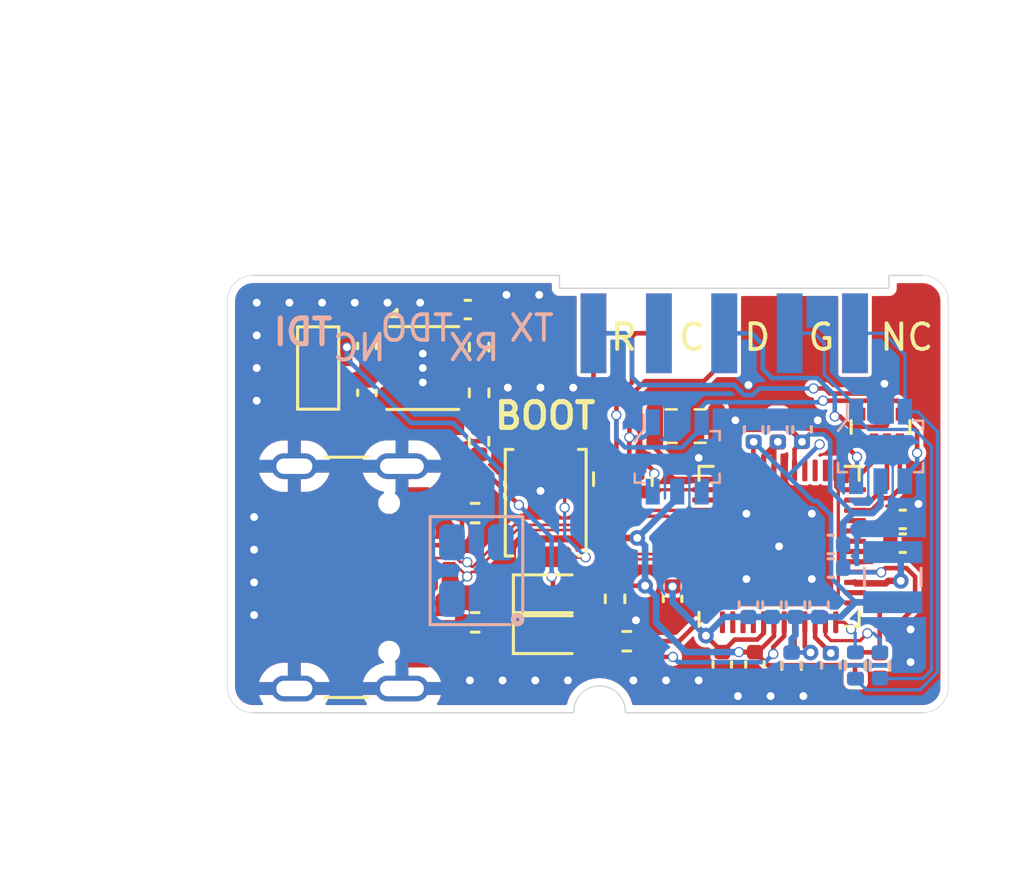
<source format=kicad_pcb>
(kicad_pcb (version 20241229) (generator "pcbnew") (generator_version "9.0")
  (layers (0 "F.Cu" signal) (2 "B.Cu" signal) (13 "F.Paste" user) (15 "B.Paste" user) (5 "F.SilkS" user "F.Silkscreen") (7 "B.SilkS" user "B.Silkscreen") (1 "F.Mask" user) (3 "B.Mask" user) (25 "Edge.Cuts" user))
  (net 0 "")
  (net 1 "/core/Vana")
  (net 2 "Net-(U1B-RESETN)")
  (net 3 "Net-(U1C-VDD_PMCCAP)")
  (net 4 "Net-(U1C-VDD_OTPCAP)")
  (net 5 "Net-(U2-SS{slash}TR)")
  (net 6 "/core/USB_D-")
  (net 7 "/core/USB_D+")
  (net 10 "Net-(J1-CC2)")
  (net 11 "Net-(J1-CC1)")
  (net 12 "Net-(U1A-DCDC_LP)")
  (net 13 "Net-(U2-FB)")
  (net 14 "/core/BOOT0")
  (net 15 "Net-(RN1-R4.1)")
  (net 21 "/core/SPI_CS")
  (net 28 "Net-(RN1-R3.1)")
  (net 29 "Net-(RN1-R2.1)")
  (net 32 "Net-(D4-A)")
  (net 33 "Net-(RN2-R2.1)")
  (net 34 "Net-(RN2-R3.1)")
  (net 38 "Net-(RN2-R4.1)")
  (net 39 "/core/BOOT1")
  (net 40 "/core/XTALO")
  (net 41 "/core/XTALI")
  (net 43 "GND")
  (net 44 "+3.3V")
  (net 45 "/SWDIO{slash}JTAG_TMS")
  (net 46 "/uart_rx")
  (net 47 "/uart_tx")
  (net 48 "/SWCLK{slash}JTAG_TCK")
  (net 49 "/SWRST{slash}JTAG_TRST")
  (net 50 "/TVCC")
  (net 51 "/JTAG_TDO")
  (net 52 "/JTAG_TDI")
  (net 53 "VBUS")
  (net 55 "Net-(F1-Pad1)")
  (net 56 "Net-(D5-A)")
  (net 57 "/core/LED")
  (net 58 "Net-(U1D-PA00{slash}TMR1.COMP0{slash}URT0.TXD{slash}TRGM0.P00)")
  (net 59 "Net-(U1D-PA01{slash}TMR1.CAPT0{slash}URT0.RXD{slash}TRGM0.P01{slash}ACMP.COMP0)")
  (net 64 "Net-(C10-Pad1)")
  (net 65 "Net-(R5-Pad1)")
  (footprint "HPM_footprints:QFN-48_6x6mm_P0.4mm_EP4.2x4.2mm" (layer "F.Cu") (at 74.2412 34.4648 90)
    (property "Reference" "U1" (hide yes))
    (property "Value" "HPM5301IEGx")
  )
  (footprint "Capacitor_SMD:C_0402_1005Metric" (layer "F.Cu") (at 58.232142 26.673015 -90)
    (property "Reference" "C19" (hide yes))
    (property "Value" "10uF")
  )
  (footprint "Capacitor_SMD:C_0402_1005Metric" (layer "F.Cu") (at 79.0448 33.4172 180)
    (property "Reference" "C15" (hide yes))
    (property "Value" "0.1uF")
  )
  (footprint "Resistor_SMD:R_0402_1005Metric" (layer "F.Cu") (at 67.8688 36.5052 -90)
    (property "Reference" "R9" (hide yes))
    (property "Value" "1kΩ")
  )
  (footprint "Capacitor_SMD:C_0402_1005Metric" (layer "F.Cu") (at 73.3044 39.0548 90)
    (property "Reference" "C24" (hide yes))
    (property "Value" "0.1uF")
  )
  (footprint "Resistor_SMD:R_0402_1005Metric" (layer "F.Cu") (at 68.326 38.1508)
    (property "Reference" "R8" (hide yes))
    (property "Value" "1kΩ")
  )
  (footprint "my:CSTCE3213" (layer "F.Cu") (at 70.612 29.7912 180)
    (property "Reference" "X1" (hide yes))
    (property "Value" "24MHz")
  )
  (footprint "Capacitor_SMD:C_0402_1005Metric" (layer "F.Cu") (at 73.2536 29.922266 90)
    (property "Reference" "C5" (hide yes))
    (property "Value" "0.1uF")
  )
  (footprint "Fuse_US_Handsoldering_AKL:Fuse_0603_1608Metric" (layer "F.Cu") (at 56.3372 27.5336 90)
    (property "Reference" "F1" (hide yes))
    (property "Value" "200mA" (hide yes))
  )
  (footprint "Button_Switch_SMD:SW_Push_SPST_NO_Alps_SKRK" (layer "F.Cu") (at 65.1764 32.766 -90)
    (property "Reference" "SW1" (hide yes))
    (property "Value" "SW_Push")
  )
  (footprint "Capacitor_SMD:C_0402_1005Metric" (layer "F.Cu") (at 62.1497 25.262582)
    (property "Reference" "C20" (hide yes))
    (property "Value" "430pF")
  )
  (footprint "Resistor_SMD:R_0402_1005Metric" (layer "F.Cu") (at 77.216 39.0948 -90)
    (property "Reference" "R1" (hide yes))
    (property "Value" "10kΩ")
  )
  (footprint "Resistor_SMD:R_0402_1005Metric" (layer "F.Cu") (at 62.5897 26.7196 -90)
    (property "Reference" "R3" (hide yes))
    (property "Value" "100kΩ")
  )
  (footprint "Resistor_SMD:R_Array_Concave_4x0402" (layer "F.Cu") (at 78.1812 29.8276 90)
    (property "Reference" "RN2" (hide yes))
    (property "Value" "22")
  )
  (footprint "my:2x5P 2.54mm 夹贴" (layer "F.Cu") (at 72.110893 23.582893)
    (property "Reference" "J2" (hide yes))
    (property "Value" "302-S101")
    (fp_line (start -6.4 0.85) (end -6.4 0.35) (stroke (width 0.05)) (layer "Edge.Cuts"))
    (fp_line (start -6.4 0.85) (end 6.4 0.85) (stroke (width 0.05)) (layer "Edge.Cuts"))
    (fp_line (start 6.4 0.85) (end 6.4 0.35) (stroke (width 0.05)) (layer "Edge.Cuts"))
  )
  (footprint "Capacitor_SMD:C_0402_1005Metric" (layer "F.Cu") (at 72.0344 39.0548 -90)
    (property "Reference" "C3" (hide yes))
    (property "Value" "0.1uF")
  )
  (footprint "my:Texas_SIL0008D_MicroSiP-8-1EP_2.8x3mm_P0.65mm_EP1.1x1.9mm" (layer "F.Cu") (at 60.4012 27.5336)
    (property "Reference" "U2" (hide yes))
    (property "Value" "TPS82130")
  )
  (footprint "Capacitor_SMD:C_0402_1005Metric" (layer "F.Cu") (at 78.14888 39.0948 -90)
    (property "Reference" "C12" (hide yes))
    (property "Value" "0.1uF")
  )
  (footprint "Resistor_SMD:R_0402_1005Metric" (layer "F.Cu") (at 62.5856 30.3784 -90)
    (property "Reference" "R5" (hide yes))
    (property "Value" "10kΩ")
  )
  (footprint "Inductor_SMD:L_0402_1005Metric" (layer "F.Cu") (at 74.192932 29.922266 -90)
    (property "Reference" "L1" (hide yes))
    (property "Value" "120Ω@100MHZ")
  )
  (footprint "Capacitor_SMD:C_0402_1005Metric" (layer "F.Cu") (at 79.0448 34.3408 180)
    (property "Reference" "C16" (hide yes))
    (property "Value" "4.7uF")
  )
  (footprint "Resistor_SMD:R_0402_1005Metric" (layer "F.Cu") (at 62.4332 37.418893)
    (property "Reference" "R7" (hide yes))
    (property "Value" "5.1k")
  )
  (footprint "Connector_USB:USB_C_Receptacle_GCT_USB4105-xx-A_16P_TopMnt_Horizontal" (layer "F.Cu") (at 56.485893 35.668893 -90)
    (property "Reference" "J1" (hide yes))
    (property "Value" "USB_C_Receptacle_USB2.0_16P")
  )
  (footprint "Resistor_SMD:R_0402_1005Metric" (layer "F.Cu") (at 62.4332 33.1724)
    (property "Reference" "R6" (hide yes))
    (property "Value" "5.1k")
  )
  (footprint "Capacitor_SMD:C_0402_1005Metric" (layer "F.Cu") (at 70.104 36.5052 -90)
    (property "Reference" "C7" (hide yes))
    (property "Value" "0.1uF")
  )
  (footprint "Resistor_SMD:R_0402_1005Metric" (layer "F.Cu") (at 74.7268 39.0948 90)
    (property "Reference" "R4" (hide yes))
    (property "Value" "100kΩ")
  )
  (footprint "Resistor_SMD:R_0402_1005Metric" (layer "F.Cu") (at 62.5897 28.4996 -90)
    (property "Reference" "R2" (hide yes))
    (property "Value" "309kΩ")
  )
  (footprint "Resistor_SMD:R_Array_Concave_4x0402" (layer "F.Cu") (at 68.1736 31.8516 90)
    (property "Reference" "RN1" (hide yes))
    (property "Value" "22")
  )
  (footprint "Capacitor_SMD:C_0402_1005Metric" (layer "F.Cu") (at 76.2508 39.0948 -90)
    (property "Reference" "C17" (hide yes))
    (property "Value" "0.1uF")
  )
  (footprint "LED_SMD:LED_0603_1608Metric" (layer "F.Cu") (at 65.4049 37.8968)
    (property "Reference" "D5" (hide yes))
    (property "Value" "LED")
  )
  (footprint "Capacitor_SMD:C_0402_1005Metric" (layer "F.Cu") (at 75.1332 29.922266 -90)
    (property "Reference" "C22" (hide yes))
    (property "Value" "0.1uF")
  )
  (footprint "Capacitor_SMD:C_0402_1005Metric" (layer "F.Cu") (at 58.232142 28.496317 90)
    (property "Reference" "C21" (hide yes))
    (property "Value" "22uF")
  )
  (footprint "LED_SMD:LED_0603_1608Metric" (layer "F.Cu") (at 65.4049 36.3084)
    (property "Reference" "D4" (hide yes))
    (property "Value" "LED")
  )
  (footprint "digikey-footprints:SOT-23-6" (layer "B.Cu") (at 78.1812 30.5816)
    (property "Reference" "D3" (hide yes))
    (property "Value" "SRV05-4_TCT")
  )
  (footprint "Capacitor_SMD:C_0402_1005Metric" (layer "B.Cu") (at 75.1332 29.922266 -90)
    (property "Reference" "C23" (hide yes))
    (property "Value" "0.1uF")
  )
  (footprint "Resistor_SMD:R_0402_1005Metric" (layer "B.Cu") (at 77.19656 39.0948 90)
    (property "Reference" "R10" (hide yes))
    (property "Value" "33Ω")
  )
  (footprint "Capacitor_SMD:C_0402_1005Metric" (layer "B.Cu") (at 76.2508 35.306 180)
    (property "Reference" "C14" (hide yes))
    (property "Value" "10uF")
  )
  (footprint "Capacitor_SMD:C_0402_1005Metric" (layer "B.Cu") (at 74.192932 29.922266 90)
    (property "Reference" "C1" (hide yes))
    (property "Value" "0.1uF")
  )
  (footprint "digikey-footprints:SOT-23-6" (layer "B.Cu") (at 70.2828 30.988)
    (property "Reference" "D2" (hide yes))
    (property "Value" "SRV05-4_TCT")
  )
  (footprint "Capacitor_SMD:C_0402_1005Metric" (layer "B.Cu") (at 73.0504 36.7284 90)
    (property "Reference" "C8" (hide yes))
    (property "Value" "0.1uF")
  )
  (footprint "Capacitor_SMD:C_0402_1005Metric" (layer "B.Cu") (at 76.2508 39.0948 -90)
    (property "Reference" "C18" (hide yes))
    (property "Value" "4.7uF")
  )
  (footprint "Capacitor_SMD:C_0402_1005Metric" (layer "B.Cu") (at 73.9648 36.7284 90)
    (property "Reference" "C9" (hide yes))
    (property "Value" "1uF")
  )
  (footprint "Inductor_SMD:L_Wuerth_MAPI-2510" (layer "B.Cu") (at 78.656475 35.66169 90)
    (property "Reference" "L2" (hide yes))
    (property "Value" "4.7uH")
  )
  (footprint "Capacitor_SMD:C_0402_1005Metric" (layer "B.Cu") (at 74.8792 36.7284 90)
    (property "Reference" "C10" (hide yes))
    (property "Value" "22uF")
  )
  (footprint "Capacitor_SMD:C_0402_1005Metric" (layer "B.Cu") (at 73.2536 29.922266 90)
    (property "Reference" "C6" (hide yes))
    (property "Value" "0.1uF")
  )
  (footprint "Package_TO_SOT_SMD_AKL:SOT-143" (layer "B.Cu") (at 62.484 35.4076 90)
    (property "Reference" "D1" (hide yes))
    (property "Value" "SR05" (hide yes))
  )
  (footprint "Capacitor_SMD:C_0402_1005Metric" (layer "B.Cu") (at 75.7936 36.7284 90)
    (property "Reference" "C11" (hide yes))
    (property "Value" "22uF")
  )
  (footprint "Resistor_SMD:R_0402_1005Metric" (layer "B.Cu") (at 78.16176 39.0948 90)
    (property "Reference" "R11" (hide yes))
    (property "Value" "33Ω")
  )
  (footprint "Capacitor_SMD:C_0402_1005Metric" (layer "B.Cu") (at 74.7268 39.0748 -90)
    (property "Reference" "C4" (hide yes))
    (property "Value" "0.1uF")
  )
  (footprint "Capacitor_SMD:C_0402_1005Metric" (layer "B.Cu") (at 76.2508 34.3916 180)
    (property "Reference" "C13" (hide yes))
    (property "Value" "0.1uF")
  )
  (gr_line (start 53.810893 23.932893) (end 65.710893 23.932893) (stroke (width 0.05)) (layer "Edge.Cuts"))
  (gr_arc (start 79.810893 23.932893) (mid 80.518 24.225786) (end 80.810893 24.932893) (stroke (width 0.0254)) (layer "Edge.Cuts"))
  (gr_arc (start 53.810893 40.932893) (mid 53.103786 40.64) (end 52.810893 39.932893) (stroke (width 0.0254)) (layer "Edge.Cuts"))
  (gr_line (start 79.810893 23.932893) (end 78.510893 23.932893) (stroke (width 0.05)) (layer "Edge.Cuts"))
  (gr_arc (start 52.810893 24.932893) (mid 53.103786 24.225786) (end 53.810893 23.932893) (stroke (width 0.0254)) (layer "Edge.Cuts"))
  (gr_line (start 79.810893 40.932893) (end 68.267893 40.932893) (stroke (width 0.05)) (layer "Edge.Cuts"))
  (gr_arc (start 80.810893 39.932893) (mid 80.518 40.64) (end 79.810893 40.932893) (stroke (width 0.0254)) (layer "Edge.Cuts"))
  (gr_line (start 53.810893 40.932893) (end 66.267893 40.932893) (stroke (width 0.05)) (layer "Edge.Cuts"))
  (gr_line (start 80.810893 24.932893) (end 80.810893 39.932893) (stroke (width 0.0254)) (layer "Edge.Cuts"))
  (gr_arc (start 66.267894 40.932893) (mid 67.267893 39.886359) (end 68.267892 40.932893) (stroke (width 0.05)) (layer "Edge.Cuts"))
  (gr_line (start 52.810893 24.932893) (end 52.810893 39.932893) (stroke (width 0.0254)) (layer "Edge.Cuts"))
  (gr_text "R" (at 67.6148 26.924 0) (layer "F.SilkS") (effects (font (size 1 1)) (justify left bottom)))
  (gr_text "BOOT" (at 63.0936 29.972 0) (layer "F.SilkS") (effects (font (size 1 1) (thickness 0.2)) (justify left bottom)))
  (gr_text "G" (at 75.2856 26.924 0) (layer "F.SilkS") (effects (font (size 1 1)) (justify left bottom)))
  (gr_text "NC" (at 78.0796 26.924 0) (layer "F.SilkS") (effects (font (size 1 1)) (justify left bottom)))
  (gr_text "C" (at 70.2564 26.924 0) (layer "F.SilkS") (effects (font (size 1 1)) (justify left bottom)))
  (gr_text "D" (at 72.7964 26.924 0) (layer "F.SilkS") (effects (font (size 1 1)) (justify left bottom)))
  (gr_text "TDO" (at 61.669366 26.5708 0) (layer "B.SilkS") (effects (font (size 1 1)) (justify left bottom mirror)))
  (gr_text "RX" (at 63.471321 27.3304 0) (layer "B.SilkS") (effects (font (size 1 1)) (justify left bottom mirror)))
  (gr_text "NC" (at 59.057888 27.3304 0) (layer "B.SilkS") (effects (font (size 1 1)) (justify left bottom mirror)))
  (gr_text "TX" (at 65.582799 26.5708 0) (layer "B.SilkS") (effects (font (size 1 1)) (justify left bottom mirror)))
  (gr_text "TDI" (at 56.9976 26.7208 0) (layer "B.SilkS") (effects (font (size 1 1) (thickness 0.2) (bold yes)) (justify left bottom mirror)))
  (segment (start 73.763099 30.837099) (end 74.192932 30.407266) (width 0.2) (layer "F.Cu") (net 1))
  (segment (start 74.0412 30.558998) (end 74.192932 30.407266) (width 0.2) (layer "F.Cu") (net 1))
  (segment (start 73.6412 31.5148) (end 73.6412 30.958998) (width 0.2) (layer "F.Cu") (net 1))
  (segment (start 73.788499 30.811699) (end 73.966499 30.811699) (width 0.2) (layer "F.Cu") (net 1))
  (segment (start 74.0412 30.8864) (end 74.0412 30.558998) (width 0.2) (layer "F.Cu") (net 1))
  (segment (start 74.0412 31.5148) (end 74.0412 30.8864) (width 0.2) (layer "F.Cu") (net 1))
  (segment (start 73.6412 30.958998) (end 73.763099 30.837099) (width 0.2) (layer "F.Cu") (net 1))
  (segment (start 73.763099 30.837099) (end 73.788499 30.811699) (width 0.2) (layer "F.Cu") (net 1))
  (segment (start 73.966499 30.811699) (end 74.0412 30.8864) (width 0.2) (layer "F.Cu") (net 1))
  (via (at 74.192932 30.402266) (size 0.4) (drill 0.3) (layers "F.Cu" "B.Cu") (net 1))
  (segment (start 77.9144 36.6648) (end 78.14888 36.89928) (width 0.1778) (layer "F.Cu") (net 2))
  (segment (start 77.216 38.5848) (end 78.11888 38.5848) (width 0.1778) (layer "F.Cu") (net 2))
  (segment (start 78.14888 36.89928) (end 78.14888 38.6148) (width 0.1778) (layer "F.Cu") (net 2))
  (segment (start 77.1912 36.6648) (end 77.9144 36.6648) (width 0.1778) (layer "F.Cu") (net 2))
  (segment (start 78.11888 38.5848) (end 78.14888 38.6148) (width 0.1778) (layer "F.Cu") (net 2))
  (segment (start 78.5648 34.3408) (end 78.5648 33.4172) (width 0.1778) (layer "F.Cu") (net 3))
  (segment (start 77.8408 35.0648) (end 78.5648 34.3408) (width 0.1778) (layer "F.Cu") (net 3))
  (segment (start 77.1912 35.0648) (end 77.8408 35.0648) (width 0.1778) (layer "F.Cu") (net 3))
  (segment (start 75.6412 38.0052) (end 75.6412 37.4148) (width 0.1778) (layer "F.Cu") (net 4))
  (segment (start 76.2508 38.6148) (end 75.6412 38.0052) (width 0.1778) (layer "F.Cu") (net 4))
  (via (at 76.2508 38.6148) (size 0.4) (drill 0.3) (layers "F.Cu" "B.Cu") (net 4))
  (segment (start 61.4637 26.1155) (end 61.6697 25.9095) (width 0.254) (layer "F.Cu") (net 5))
  (segment (start 61.6697 25.9095) (end 61.6697 25.262582) (width 0.254) (layer "F.Cu") (net 5))
  (segment (start 61.4637 26.5586) (end 61.4637 26.1155) (width 0.254) (layer "F.Cu") (net 5))
  (segment (start 62.1284 35.0806) (end 61.863369 35.0806) (width 0.1016) (layer "F.Cu") (net 6))
  (segment (start 61.863369 35.0806) (end 61.701662 34.918893) (width 0.1016) (layer "F.Cu") (net 6))
  (segment (start 59.438493 35.071294) (end 59.438493 35.765693) (width 0.1016) (layer "F.Cu") (net 6))
  (segment (start 61.701662 34.918893) (end 60.165893 34.918893) (width 0.1016) (layer "F.Cu") (net 6))
  (segment (start 70.653699 34.6648) (end 70.555299 34.7632) (width 0.1016) (layer "F.Cu") (net 6))
  (segment (start 62.302999 35.255199) (end 62.1284 35.0806) (width 0.1016) (layer "F.Cu") (net 6))
  (segment (start 62.340315 35.255199) (end 62.302999 35.255199) (width 0.1016) (layer "F.Cu") (net 6))
  (segment (start 59.590894 34.918893) (end 59.438493 35.071294) (width 0.1016) (layer "F.Cu") (net 6))
  (segment (start 59.438493 35.765693) (end 59.591693 35.918893) (width 0.1016) (layer "F.Cu") (net 6))
  (segment (start 63.965914 33.6296) (end 62.340315 35.255199) (width 0.1016) (layer "F.Cu") (net 6))
  (segment (start 70.555299 34.7632) (end 67.571286 34.7632) (width 0.1016) (layer "F.Cu") (net 6))
  (segment (start 60.165893 34.918893) (end 59.590894 34.918893) (width 0.1016) (layer "F.Cu") (net 6))
  (segment (start 59.591693 35.918893) (end 60.165893 35.918893) (width 0.1016) (layer "F.Cu") (net 6))
  (segment (start 67.571286 34.7632) (end 66.437686 33.6296) (width 0.1016) (layer "F.Cu") (net 6))
  (segment (start 66.437686 33.6296) (end 63.965914 33.6296) (width 0.1016) (layer "F.Cu") (net 6))
  (segment (start 71.2912 34.6648) (end 70.653699 34.6648) (width 0.1016) (layer "F.Cu") (net 6))
  (via (at 62.1284 35.0806) (size 0.4) (drill 0.3) (layers "F.Cu" "B.Cu") (net 6))
  (segment (start 62.1284 35.0806) (end 61.534 34.4862) (width 0.1016) (layer "B.Cu") (net 6))
  (segment (start 61.534 34.4862) (end 61.534 34.3076) (width 0.1016) (layer "B.Cu") (net 6))
  (segment (start 60.934436 35.418893) (end 60.165893 35.418893) (width 0.1016) (layer "F.Cu") (net 7))
  (segment (start 61.231235 35.122094) (end 60.934436 35.418893) (width 0.1016) (layer "F.Cu") (net 7))
  (segment (start 60.5988 36.418893) (end 60.165893 36.418893) (width 0.1016) (layer "F.Cu") (net 7))
  (segment (start 62.424485 35.458401) (end 62.302999 35.458401) (width 0.1016) (layer "F.Cu") (net 7))
  (segment (start 67.487114 34.9664) (end 66.353514 33.8328) (width 0.1016) (layer "F.Cu") (net 7))
  (segment (start 60.934436 35.418893) (end 60.934436 36.083257) (width 0.1016) (layer "F.Cu") (net 7))
  (segment (start 64.050086 33.8328) (end 62.424485 35.458401) (width 0.1016) (layer "F.Cu") (net 7))
  (segment (start 61.617494 35.122094) (end 61.231235 35.122094) (width 0.1016) (layer "F.Cu") (net 7))
  (segment (start 70.653699 35.0648) (end 70.555299 34.9664) (width 0.1016) (layer "F.Cu") (net 7))
  (segment (start 71.2912 35.0648) (end 70.653699 35.0648) (width 0.1016) (layer "F.Cu") (net 7))
  (segment (start 62.302999 35.458401) (end 62.1284 35.633) (width 0.1016) (layer "F.Cu") (net 7))
  (segment (start 70.555299 34.9664) (end 67.487114 34.9664) (width 0.1016) (layer "F.Cu") (net 7))
  (segment (start 60.934436 36.083257) (end 60.5988 36.418893) (width 0.1016) (layer "F.Cu") (net 7))
  (segment (start 66.353514 33.8328) (end 64.050086 33.8328) (width 0.1016) (layer "F.Cu") (net 7))
  (segment (start 62.1284 35.633) (end 61.617494 35.122094) (width 0.1016) (layer "F.Cu") (net 7))
  (via (at 62.1284 35.633) (size 0.4) (drill 0.3) (layers "F.Cu" "B.Cu") (net 7))
  (segment (start 61.534 36.2274) (end 61.534 36.5076) (width 0.1016) (layer "B.Cu") (net 7))
  (segment (start 62.1284 35.633) (end 61.534 36.2274) (width 0.1016) (layer "B.Cu") (net 7))
  (segment (start 60.165893 37.418893) (end 61.9232 37.418893) (width 0.1778) (layer "F.Cu") (net 10))
  (segment (start 61.9232 33.1724) (end 61.9232 33.9872) (width 0.1778) (layer "F.Cu") (net 11))
  (segment (start 61.491507 34.418893) (end 60.165893 34.418893) (width 0.1778) (layer "F.Cu") (net 11))
  (segment (start 61.9232 33.9872) (end 61.491507 34.418893) (width 0.1778) (layer "F.Cu") (net 11))
  (segment (start 78.967894 35.805288) (end 78.481038 35.805288) (width 0.254) (layer "F.Cu") (net 12))
  (segment (start 77.2293 35.9029) (end 77.1912 35.8648) (width 0.254) (layer "F.Cu") (net 12))
  (segment (start 78.481038 35.805288) (end 78.383426 35.9029) (width 0.254) (layer "F.Cu") (net 12))
  (segment (start 78.383426 35.9029) (end 77.2293 35.9029) (width 0.254) (layer "F.Cu") (net 12))
  (via (at 78.967894 35.805288) (size 0.6096) (drill 0.3048) (layers "F.Cu" "B.Cu") (net 12))
  (segment (start 78.967894 34.998109) (end 78.656475 34.68669) (width 0.254) (layer "B.Cu") (net 12))
  (segment (start 78.967894 35.805288) (end 78.967894 34.998109) (width 0.254) (layer "B.Cu") (net 12))
  (segment (start 61.4637 27.8586) (end 62.4587 27.8586) (width 0.254) (layer "F.Cu") (net 13))
  (segment (start 62.4587 27.8586) (end 62.5897 27.9896) (width 0.254) (layer "F.Cu") (net 13))
  (segment (start 62.5897 27.2296) (end 62.5897 27.9896) (width 0.254) (layer "F.Cu") (net 13))
  (segment (start 74.8412 38.4704) (end 74.7268 38.5848) (width 0.1778) (layer "F.Cu") (net 14))
  (segment (start 74.8412 37.4148) (end 74.8412 38.4704) (width 0.1778) (layer "F.Cu") (net 14))
  (segment (start 69.5532 32.3516) (end 68.9236 32.3516) (width 0.127) (layer "F.Cu") (net 15))
  (segment (start 71.2912 32.2648) (end 69.64 32.2648) (width 0.127) (layer "F.Cu") (net 15))
  (segment (start 69.64 32.2648) (end 69.5532 32.3516) (width 0.127) (layer "F.Cu") (net 15))
  (segment (start 71.906694 34.328893) (end 71.842601 34.2648) (width 0.127) (layer "F.Cu") (net 21))
  (segment (start 76.5412 32.257799) (end 76.5412 36.695) (width 0.127) (layer "F.Cu") (net 21))
  (segment (start 76.5063 36.7299) (end 71.9761 36.7299) (width 0.127) (layer "F.Cu") (net 21))
  (segment (start 76.5412 36.695) (end 76.5063 36.7299) (width 0.127) (layer "F.Cu") (net 21))
  (segment (start 71.9761 36.7299) (end 71.906694 36.660494) (width 0.127) (layer "F.Cu") (net 21))
  (segment (start 76.4412 32.157799) (end 76.5412 32.257799) (width 0.127) (layer "F.Cu") (net 21))
  (segment (start 76.4412 31.5148) (end 76.4412 32.157799) (width 0.127) (layer "F.Cu") (net 21))
  (segment (start 71.842601 34.2648) (end 71.2912 34.2648) (width 0.127) (layer "F.Cu") (net 21))
  (segment (start 71.906694 36.660494) (end 71.906694 34.328893) (width 0.127) (layer "F.Cu") (net 21))
  (segment (start 68.4236 32.7886) (end 68.4236 32.3516) (width 0.127) (layer "F.Cu") (net 28))
  (segment (start 68.6998 33.0648) (end 68.4236 32.7886) (width 0.127) (layer "F.Cu") (net 28))
  (segment (start 71.2912 33.0648) (end 68.6998 33.0648) (width 0.127) (layer "F.Cu") (net 28))
  (segment (start 71.2912 33.8648) (end 70.4916 33.8648) (width 0.127) (layer "F.Cu") (net 29))
  (segment (start 67.9236 32.7886) (end 67.9236 32.3516) (width 0.127) (layer "F.Cu") (net 29))
  (segment (start 69.9202 33.2934) (end 68.4284 33.2934) (width 0.127) (layer "F.Cu") (net 29))
  (segment (start 70.4916 33.8648) (end 69.9202 33.2934) (width 0.127) (layer "F.Cu") (net 29))
  (segment (start 68.4284 33.2934) (end 67.9236 32.7886) (width 0.127) (layer "F.Cu") (net 29))
  (segment (start 67.3428 37.0152) (end 67.8688 37.0152) (width 0.1778) (layer "F.Cu") (net 32))
  (segment (start 66.9916 36.3084) (end 67.1576 36.4744) (width 0.1778) (layer "F.Cu") (net 32))
  (segment (start 66.1924 36.3084) (end 66.9916 36.3084) (width 0.1778) (layer "F.Cu") (net 32))
  (segment (start 67.1576 36.83) (end 67.3428 37.0152) (width 0.1778) (layer "F.Cu") (net 32))
  (segment (start 67.1576 36.4744) (end 67.1576 36.83) (width 0.1778) (layer "F.Cu") (net 32))
  (segment (start 77.9312 31.1364) (end 77.9312 30.3276) (width 0.1778) (layer "F.Cu") (net 33))
  (segment (start 77.1912 31.8764) (end 77.9312 31.1364) (width 0.1778) (layer "F.Cu") (net 33))
  (segment (start 77.1912 32.2648) (end 77.1912 31.8764) (width 0.1778) (layer "F.Cu") (net 33))
  (segment (start 77.1912 32.6648) (end 77.83602 32.6648) (width 0.1778) (layer "F.Cu") (net 34))
  (segment (start 78.3336 32.311552) (end 78.4312 32.213952) (width 0.1778) (layer "F.Cu") (net 34))
  (segment (start 77.83602 32.6648) (end 78.189268 32.311552) (width 0.1778) (layer "F.Cu") (net 34))
  (segment (start 78.4312 32.213952) (end 78.4312 30.3276) (width 0.1778) (layer "F.Cu") (net 34))
  (segment (start 78.189268 32.311552) (end 78.3336 32.311552) (width 0.1778) (layer "F.Cu") (net 34))
  (segment (start 78.305 32.590952) (end 78.559448 32.590952) (width 0.1778) (layer "F.Cu") (net 38))
  (segment (start 78.9312 32.2192) (end 78.9312 30.3276) (width 0.1778) (layer "F.Cu") (net 38))
  (segment (start 78.559448 32.590952) (end 78.9312 32.2192) (width 0.1778) (layer "F.Cu") (net 38))
  (segment (start 77.1912 33.0648) (end 77.831152 33.0648) (width 0.1778) (layer "F.Cu") (net 38))
  (segment (start 77.831152 33.0648) (end 78.305 32.590952) (width 0.1778) (layer "F.Cu") (net 38))
  (segment (start 74.0156 38.646893) (end 74.0156 38.3764) (width 0.1778) (layer "F.Cu") (net 39))
  (segment (start 62.5856 31.306999) (end 62.5856 30.8884) (width 0.1778) (layer "F.Cu") (net 39))
  (segment (start 65.455094 35.700493) (end 65.404294 35.649693) (width 0.1778) (layer "F.Cu") (net 39))
  (segment (start 65.996172 38.7604) (end 65.455094 38.219322) (width 0.1778) (layer "F.Cu") (net 39))
  (segment (start 65.455094 38.219322) (end 65.455094 35.700493) (width 0.1778) (layer "F.Cu") (net 39))
  (segment (start 64.134294 32.855693) (end 62.5856 31.306999) (width 0.1778) (layer "F.Cu") (net 39))
  (segment (start 74.0156 38.3764) (end 74.4412 37.9508) (width 0.1778) (layer "F.Cu") (net 39))
  (segment (start 74.4412 37.9508) (end 74.4412 37.4148) (width 0.1778) (layer "F.Cu") (net 39))
  (segment (start 70.116787 38.7604) (end 65.996172 38.7604) (width 0.1778) (layer "F.Cu") (net 39))
  (via (at 70.116787 38.7604) (size 0.4) (drill 0.3) (layers "F.Cu" "B.Cu") (net 39))
  (via (at 65.404294 35.649693) (size 0.4) (drill 0.3) (layers "F.Cu" "B.Cu") (net 39))
  (via (at 74.0156 38.646893) (size 0.4) (drill 0.3) (layers "F.Cu" "B.Cu") (net 39))
  (via (at 64.134294 32.855693) (size 0.4) (drill 0.3) (layers "F.Cu" "B.Cu") (net 39))
  (segment (start 65.404294 34.125693) (end 64.134294 32.855693) (width 0.1778) (layer "B.Cu") (net 39))
  (segment (start 65.404294 35.649693) (end 65.404294 34.125693) (width 0.1778) (layer "B.Cu") (net 39))
  (segment (start 73.697193 38.9653) (end 70.321687 38.9653) (width 0.1778) (layer "B.Cu") (net 39))
  (segment (start 74.0156 38.646893) (end 73.697193 38.9653) (width 0.1778) (layer "B.Cu") (net 39))
  (segment (start 70.321687 38.9653) (end 70.116787 38.7604) (width 0.1778) (layer "B.Cu") (net 39))
  (segment (start 69.412 30.641199) (end 70.285601 31.5148) (width 0.1778) (layer "F.Cu") (net 40))
  (segment (start 69.412 29.7912) (end 69.412 30.641199) (width 0.1778) (layer "F.Cu") (net 40))
  (segment (start 70.285601 31.5148) (end 72.0412 31.5148) (width 0.1778) (layer "F.Cu") (net 40))
  (segment (start 72.4412 30.9376) (end 72.4412 31.5148) (width 0.1778) (layer "F.Cu") (net 41))
  (segment (start 71.812 30.3084) (end 72.4412 30.9376) (width 0.1778) (layer "F.Cu") (net 41))
  (segment (start 71.812 29.7912) (end 71.812 30.3084) (width 0.1778) (layer "F.Cu") (net 41))
  (segment (start 74.4412 34.2648) (end 74.4412 31.5148) (width 0.2) (layer "F.Cu") (net 43))
  (segment (start 71.12 31.0259) (end 70.8531 31.0259) (width 0.1778) (layer "F.Cu") (net 43))
  (segment (start 70.8531 31.0259) (end 70.612 30.7848) (width 0.1778) (layer "F.Cu") (net 43))
  (segment (start 70.612 30.7848) (end 70.612 29.7912) (width 0.1778) (layer "F.Cu") (net 43))
  (segment (start 74.2412 34.4648) (end 74.4412 34.2648) (width 0.2) (layer "F.Cu") (net 43))
  (via (at 71.12 39.6748) (size 0.6096) (drill 0.3048) (layers "F.Cu" "B.Cu") (net 43))
  (via (at 64.77 39.6748) (size 0.6096) (drill 0.3048) (layers "F.Cu" "B.Cu") (net 43))
  (via (at 68.58 39.6748) (size 0.6096) (drill 0.3048) (layers "F.Cu" "B.Cu") (net 43))
  (via (at 72.9712 33.1948) (size 0.6096) (drill 0.3048) (layers "F.Cu" "B.Cu") (net 43))
  (via (at 78.3336 28.1432) (size 0.4) (drill 0.3) (layers "F.Cu" "B.Cu") (net 43))
  (via (at 63.6524 24.6888) (size 0.6096) (drill 0.3048) (layers "F.Cu" "B.Cu") (net 43))
  (via (at 79.3496 38.9636) (size 0.6096) (drill 0.3048) (layers "F.Cu" "B.Cu") (net 43))
  (via (at 60.4012 26.9748) (size 0.4) (drill 0.3) (layers "F.Cu" "B.Cu") (net 43))
  (via (at 60.4012 28.0924) (size 0.4) (drill 0.3) (layers "F.Cu" "B.Cu") (net 43))
  (via (at 53.9496 24.9936) (size 0.6096) (drill 0.3048) (layers "F.Cu" "B.Cu") (net 43))
  (via (at 64.9732 28.2956) (size 0.6096) (drill 0.3048) (layers "F.Cu" "B.Cu") (net 43))
  (via (at 68.6816 37.338) (size 0.6096) (drill 0.3048) (layers "F.Cu" "B.Cu") (net 43))
  (via (at 60.2996 24.9936) (size 0.6096) (drill 0.3048) (layers "F.Cu" "B.Cu") (net 43))
  (via (at 53.848 37.1348) (size 0.6096) (drill 0.3048) (layers "F.Cu" "B.Cu") (net 43))
  (via (at 53.848 33.3248) (size 0.6096) (drill 0.3048) (layers "F.Cu" "B.Cu") (net 43))
  (via (at 56.4896 24.9936) (size 0.6096) (drill 0.3048) (layers "F.Cu" "B.Cu") (net 43))
  (via (at 73.914 40.2844) (size 0.6096) (drill 0.3048) (layers "F.Cu" "B.Cu") (net 43))
  (via (at 74.2412 34.4648) (size 0.6096) (drill 0.3048) (layers "F.Cu" "B.Cu") (net 43))
  (via (at 71.12 31.0259) (size 0.4) (drill 0.3) (layers "F.Cu" "B.Cu") (net 43))
  (via (at 53.9496 27.5336) (size 0.6096) (drill 0.3048) (layers "F.Cu" "B.Cu") (net 43))
  (via (at 79.6544 32.8168) (size 0.6096) (drill 0.3048) (layers "F.Cu" "B.Cu") (net 43))
  (via (at 72.9712 35.7348) (size 0.6096) (drill 0.3048) (layers "F.Cu" "B.Cu") (net 43))
  (via (at 64.9732 32.3088) (size 0.6096) (drill 0.3048) (layers "F.Cu" "B.Cu") (net 43))
  (via (at 66.04 39.6748) (size 0.6096) (drill 0.3048) (layers "F.Cu" "B.Cu") (net 43))
  (via (at 79.3496 37.6936) (size 0.6096) (drill 0.3048) (layers "F.Cu" "B.Cu") (net 43))
  (via (at 53.848 34.5948) (size 0.6096) (drill 0.3048) (layers "F.Cu" "B.Cu") (net 43))
  (via (at 60.4012 27.5336) (size 0.4) (drill 0.3) (layers "F.Cu" "B.Cu") (net 43))
  (via (at 57.7596 24.9936) (size 0.6096) (drill 0.3048) (layers "F.Cu" "B.Cu") (net 43))
  (via (at 66.2432 28.2956) (size 0.6096) (drill 0.3048) (layers "F.Cu" "B.Cu") (net 43))
  (via (at 53.9496 26.2636) (size 0.6096) (drill 0.3048) (layers "F.Cu" "B.Cu") (net 43))
  (via (at 75.7428 29.5656) (size 0.4) (drill 0.3) (layers "F.Cu" "B.Cu") (net 43))
  (via (at 53.9496 28.8036) (size 0.6096) (drill 0.3048) (layers "F.Cu" "B.Cu") (net 43))
  (via (at 63.7032 28.2956) (size 0.6096) (drill 0.3048) (layers "F.Cu" "B.Cu") (net 43))
  (via (at 62.23 39.6748) (size 0.6096) (drill 0.3048) (layers "F.Cu" "B.Cu") (net 43))
  (via (at 59.0296 24.9936) (size 0.6096) (drill 0.3048) (layers "F.Cu" "B.Cu") (net 43))
  (via (at 72.644 40.2844) (size 0.6096) (drill 0.3048) (layers "F.Cu" "B.Cu") (net 43))
  (via (at 69.85 39.6748) (size 0.6096) (drill 0.3048) (layers "F.Cu" "B.Cu") (net 43))
  (via (at 75.184 40.2844) (size 0.6096) (drill 0.3048) (layers "F.Cu" "B.Cu") (net 43))
  (via (at 72.5424 29.5656) (size 0.4) (drill 0.3) (layers "F.Cu" "B.Cu") (net 43))
  (via (at 75.5112 33.1948) (size 0.6096) (drill 0.3048) (layers "F.Cu" "B.Cu") (net 43))
  (via (at 73.0504 28.194) (size 0.4) (drill 0.3) (layers "F.Cu" "B.Cu") (net 43))
  (via (at 55.2196 24.9936) (size 0.6096) (drill 0.3048) (layers "F.Cu" "B.Cu") (net 43))
  (via (at 53.848 35.8648) (size 0.6096) (drill 0.3048) (layers "F.Cu" "B.Cu") (net 43))
  (via (at 64.9224 24.6888) (size 0.6096) (drill 0.3048) (layers "F.Cu" "B.Cu") (net 43))
  (via (at 63.5 39.6748) (size 0.6096) (drill 0.3048) (layers "F.Cu" "B.Cu") (net 43))
  (via (at 75.5112 35.7348) (size 0.6096) (drill 0.3048) (layers "F.Cu" "B.Cu") (net 43))
  (segment (start 72.8412 31.5148) (end 72.8412 30.843799) (width 0.1778) (layer "F.Cu") (net 44))
  (segment (start 67.8688 35.9952) (end 69.0372 35.9952) (width 0.1778) (layer "F.Cu") (net 44))
  (segment (start 72.798621 29.931766) (end 73.698432 29.931766) (width 0.1778) (layer "F.Cu") (net 44))
  (segment (start 65.1764 29.579799) (end 65.1764 30.666) (width 0.254) (layer "F.Cu") (net 44))
  (segment (start 78.370206 35.309988) (end 79.186989 35.309988) (width 0.1778) (layer "F.Cu") (net 44))
  (segment (start 79.526694 35.649693) (end 79.526694 36.816046) (width 0.1778) (layer "F.Cu") (net 44))
  (segment (start 66.369494 32.384294) (end 66.369494 31.280893) (width 0.254) (layer "F.Cu") (net 44))
  (segment (start 72.617894 30.112493) (end 72.798621 29.931766) (width 0.1778) (layer "F.Cu") (net 44))
  (segment (start 72.617894 30.620493) (end 72.617894 30.112493) (width 0.1778) (layer "F.Cu") (net 44))
  (segment (start 68.7324 34.1376) (end 68.1228 34.1376) (width 0.254) (layer "F.Cu") (net 44))
  (segment (start 79.526694 36.816046) (end 78.764694 37.578046) (width 0.1778) (layer "F.Cu") (net 44))
  (segment (start 74.192932 29.437266) (end 74.192932 29.438132) (width 0.2) (layer "F.Cu") (net 44))
  (segment (start 74.8412 31.5148) (end 74.8412 30.694266) (width 0.1778) (layer "F.Cu") (net 44))
  (segment (start 72.8412 30.843799) (end 72.617894 30.620493) (width 0.1778) (layer "F.Cu") (net 44))
  (segment (start 78.205894 35.4743) (end 78.370206 35.309988) (width 0.1778) (layer "F.Cu") (net 44))
  (segment (start 78.196394 35.4648) (end 78.205894 35.4743) (width 0.1778) (layer "F.Cu") (net 44))
  (segment (start 66.369494 31.280893) (end 65.754601 30.666) (width 0.254) (layer "F.Cu") (net 44))
  (segment (start 62.5897 29.0096) (end 64.606201 29.0096) (width 0.254) (layer "F.Cu") (net 44))
  (segment (start 78.529486 39.0853) (end 73.8149 39.0853) (width 0.1778) (layer "F.Cu") (net 44))
  (segment (start 68.1228 34.1376) (end 66.369494 32.384294) (width 0.254) (layer "F.Cu") (net 44))
  (segment (start 78.764694 38.850092) (end 78.529486 39.0853) (width 0.1778) (layer "F.Cu") (net 44))
  (segment (start 65.754601 30.666) (end 65.1764 30.666) (width 0.254) (layer "F.Cu") (net 44))
  (segment (start 79.186989 35.309988) (end 79.526694 35.649693) (width 0.1778) (layer "F.Cu") (net 44))
  (segment (start 74.0412 37.955668) (end 73.422068 38.5748) (width 0.1778) (layer "F.Cu") (net 44))
  (segment (start 74.0412 37.4148) (end 74.0412 37.955668) (width 0.1778) (layer "F.Cu") (net 44))
  (segment (start 73.8149 39.0853) (end 73.3044 38.5748) (width 0.1778) (layer "F.Cu") (net 44))
  (segment (start 73.698432 29.931766) (end 74.192932 29.437266) (width 0.1778) (layer "F.Cu") (net 44))
  (segment (start 78.764694 37.578046) (end 78.764694 38.850092) (width 0.1778) (layer "F.Cu") (net 44))
  (segment (start 74.8412 30.694266) (end 75.1332 30.402266) (width 0.1778) (layer "F.Cu") (net 44))
  (segment (start 77.189894 39.578694) (end 77.189894 39.0853) (width 0.1778) (layer "F.Cu") (net 44))
  (segment (start 73.422068 38.5748) (end 73.3044 38.5748) (width 0.1778) (layer "F.Cu") (net 44))
  (segment (start 74.192932 29.438132) (end 75.1332 30.3784) (width 0.2) (layer "F.Cu") (net 44))
  (segment (start 64.606201 29.0096) (end 65.1764 29.579799) (width 0.254) (layer "F.Cu") (net 44))
  (segment (start 77.216 39.6048) (end 77.189894 39.578694) (width 0.1778) (layer "F.Cu") (net 44))
  (segment (start 77.1912 35.4648) (end 78.196394 35.4648) (width 0.1778) (layer "F.Cu") (net 44))
  (segment (start 75.1332 30.3784) (end 75.1332 30.402266) (width 0.2) (layer "F.Cu") (net 44))
  (segment (start 72.679358 38.5748) (end 73.3044 38.5748) (width 0.2) (layer "F.Cu") (net 44))
  (via (at 78.205894 35.4743) (size 0.4) (drill 0.3) (layers "F.Cu" "B.Cu") (net 44))
  (via (at 75.1332 30.402266) (size 0.4) (drill 0.3) (layers "F.Cu" "B.Cu") (net 44))
  (via (at 69.0372 35.9952) (size 0.6096) (drill 0.3048) (layers "F.Cu" "B.Cu") (net 44))
  (via (at 72.679358 38.5748) (size 0.4) (drill 0.3) (layers "F.Cu" "B.Cu") (net 44))
  (via (at 68.7324 34.1376) (size 0.6096) (drill 0.3048) (layers "F.Cu" "B.Cu") (net 44))
  (segment (start 75.1332 30.402266) (end 75.424883 30.110583) (width 0.1778) (layer "B.Cu") (net 44))
  (segment (start 76.224694 32.282694) (end 77.1144 33.1724) (width 0.1778) (layer "B.Cu") (net 44))
  (segment (start 75.424883 30.110583) (end 75.977414 30.110583) (width 0.1778) (layer "B.Cu") (net 44))
  (segment (start 76.7308 34.3916) (end 76.7308 33.556) (width 0.254) (layer "B.Cu") (net 44))
  (segment (start 75.977414 30.110583) (end 76.224694 30.357863) (width 0.1778) (layer "B.Cu") (net 44))
  (segment (start 69.0372 34.4424) (end 69.0372 35.9952) (width 0.254) (layer "B.Cu") (net 44))
  (segment (start 70.2828 32.5872) (end 70.2828 32.338) (width 0.254) (layer "B.Cu") (net 44))
  (segment (start 68.7324 34.1376) (end 70.2828 32.5872) (width 0.254) (layer "B.Cu") (net 44))
  (segment (start 76.224694 30.357863) (end 76.224694 32.282694) (width 0.1778) (layer "B.Cu") (net 44))
  (segment (start 78.205894 35.4743) (end 76.8991 35.4743) (width 0.1778) (layer "B.Cu") (net 44))
  (segment (start 77.1144 33.1724) (end 77.8764 33.1724) (width 0.254) (layer "B.Cu") (net 44))
  (segment (start 77.8764 33.1724) (end 78.1812 32.8676) (width 0.254) (layer "B.Cu") (net 44))
  (segment (start 72.679358 38.5748) (end 70.615401 38.5748) (width 0.254) (layer "B.Cu") (net 44))
  (segment (start 69.4664 37.425799) (end 69.4664 36.4244) (width 0.254) (layer "B.Cu") (net 44))
  (segment (start 76.7308 34.3916) (end 76.7308 35.306) (width 0.254) (layer "B.Cu") (net 44))
  (segment (start 69.4664 36.4244) (end 69.0372 35.9952) (width 0.254) (layer "B.Cu") (net 44))
  (segment (start 76.8991 35.4743) (end 76.7308 35.306) (width 0.1778) (layer "B.Cu") (net 44))
  (segment (start 68.7324 34.1376) (end 69.0372 34.4424) (width 0.254) (layer "B.Cu") (net 44))
  (segment (start 76.7308 33.556) (end 77.1144 33.1724) (width 0.254) (layer "B.Cu") (net 44))
  (segment (start 70.615401 38.5748) (end 69.4664 37.425799) (width 0.254) (layer "B.Cu") (net 44))
  (segment (start 78.1812 32.8676) (end 78.1812 31.9316) (width 0.254) (layer "B.Cu") (net 44))
  (segment (start 68.4276 30.4292) (end 68.4276 30.226) (width 0.1778) (layer "F.Cu") (net 45))
  (segment (start 69.0372 28.0416) (end 68.4276 28.6512) (width 0.1778) (layer "F.Cu") (net 45))
  (segment (start 68.4236 31.3516) (end 68.4236 30.4332) (width 0.1778) (layer "F.Cu") (net 45))
  (segment (start 68.4276 28.6512) (end 68.4276 30.226) (width 0.1778) (layer "F.Cu") (net 45))
  (segment (start 72.110893 26.182893) (end 72.110893 27.253907) (width 0.1778) (layer "F.Cu") (net 45))
  (segment (start 71.3232 28.0416) (end 69.0372 28.0416) (width 0.1778) (layer "F.Cu") (net 45))
  (segment (start 68.4236 30.4332) (end 68.4276 30.4292) (width 0.1778) (layer "F.Cu") (net 45))
  (segment (start 72.110893 27.253907) (end 71.3232 28.0416) (width 0.1778) (layer "F.Cu") (net 45))
  (via (at 68.4276 30.226) (size 0.4) (drill 0.3) (layers "F.Cu" "B.Cu") (net 45))
  (segment (start 69.3328 29.8796) (end 69.3328 29.638) (width 0.1778) (layer "B.Cu") (net 45))
  (segment (start 68.9864 30.226) (end 69.3328 29.8796) (width 0.1778) (layer "B.Cu") (net 45))
  (segment (start 68.4276 30.226) (end 68.9864 30.226) (width 0.1778) (layer "B.Cu") (net 45))
  (segment (start 79.502 29.9212) (end 77.7194 29.9212) (width 0.127) (layer "B.Cu") (net 46))
  (segment (start 80.1624 39.273993) (end 80.1624 30.5816) (width 0.127) (layer "B.Cu") (net 46))
  (segment (start 77.2312 29.2316) (end 77.2312 29.022) (width 0.127) (layer "B.Cu") (net 46))
  (segment (start 75.611293 26.182893) (end 74.650893 26.182893) (width 0.127) (layer "B.Cu") (net 46))
  (segment (start 78.16176 39.6048) (end 79.831593 39.6048) (width 0.127) (layer "B.Cu") (net 46))
  (segment (start 79.831593 39.6048) (end 80.1624 39.273993) (width 0.127) (layer "B.Cu") (net 46))
  (segment (start 80.1624 30.5816) (end 79.502 29.9212) (width 0.127) (layer "B.Cu") (net 46))
  (segment (start 75.9968 27.7876) (end 75.9968 26.5684) (width 0.127) (layer "B.Cu") (net 46))
  (segment (start 75.9968 26.5684) (end 75.611293 26.182893) (width 0.127) (layer "B.Cu") (net 46))
  (segment (start 77.2312 29.022) (end 75.9968 27.7876) (width 0.127) (layer "B.Cu") (net 46))
  (segment (start 77.7194 29.9212) (end 77.2312 29.433) (width 0.127) (layer "B.Cu") (net 46))
  (segment (start 77.2312 29.433) (end 77.2312 29.2316) (width 0.127) (layer "B.Cu") (net 46))
  (segment (start 77.19656 39.6048) (end 77.63166 40.0399) (width 0.127) (layer "B.Cu") (net 47))
  (segment (start 78.303693 26.182893) (end 77.190893 26.182893) (width 0.127) (layer "B.Cu") (net 47))
  (segment (start 79.1312 27.0104) (end 78.303693 26.182893) (width 0.127) (layer "B.Cu") (net 47))
  (segment (start 79.719783 40.0399) (end 80.391 39.368683) (width 0.127) (layer "B.Cu") (net 47))
  (segment (start 80.391 29.9974) (end 79.6252 29.2316) (width 0.127) (layer "B.Cu") (net 47))
  (segment (start 80.391 39.368683) (end 80.391 29.9974) (width 0.127) (layer "B.Cu") (net 47))
  (segment (start 79.6252 29.2316) (end 79.1312 29.2316) (width 0.127) (layer "B.Cu") (net 47))
  (segment (start 77.63166 40.0399) (end 79.719783 40.0399) (width 0.127) (layer "B.Cu") (net 47))
  (segment (start 79.1312 29.2316) (end 79.1312 27.0104) (width 0.127) (layer "B.Cu") (net 47))
  (segment (start 68.5292 26.3144) (end 68.5292 28.0924) (width 0.1778) (layer "F.Cu") (net 48))
  (segment (start 77.9312 28.8998) (end 77.835 28.8036) (width 0.1778) (layer "F.Cu") (net 48))
  (segment (start 67.9236 28.698) (end 67.9236 31.3516) (width 0.1778) (layer "F.Cu") (net 48))
  (segment (start 69.570893 26.182893) (end 68.660707 26.182893) (width 0.1778) (layer "F.Cu") (net 48))
  (segment (start 68.660707 26.182893) (end 68.5292 26.3144) (width 0.1778) (layer "F.Cu") (net 48))
  (segment (start 77.835 28.8036) (end 75.946 28.8036) (width 0.1778) (layer "F.Cu") (net 48))
  (segment (start 77.9312 29.3276) (end 77.9312 28.8998) (width 0.1778) (layer "F.Cu") (net 48))
  (segment (start 68.5292 28.0924) (end 67.9236 28.698) (width 0.1778) (layer "F.Cu") (net 48))
  (via (at 67.9196 29.3624) (size 0.4) (drill 0.3) (layers "F.Cu" "B.Cu") (net 48))
  (via (at 75.946 28.8036) (size 0.4) (drill 0.3) (layers "F.Cu" "B.Cu") (net 48))
  (segment (start 68.2593 30.6165) (end 70.4793 30.6165) (width 0.1778) (layer "B.Cu") (net 48))
  (segment (start 75.8857 28.8639) (end 71.4153 28.8639) (width 0.1778) (layer "B.Cu") (net 48))
  (segment (start 70.4793 30.6165) (end 71.2328 29.863) (width 0.1778) (layer "B.Cu") (net 48))
  (segment (start 71.4153 28.8639) (end 71.2328 29.0464) (width 0.1778) (layer "B.Cu") (net 48))
  (segment (start 67.9196 29.3624) (end 67.9196 30.2768) (width 0.1778) (layer "B.Cu") (net 48))
  (segment (start 67.9196 30.2768) (end 68.2593 30.6165) (width 0.1778) (layer "B.Cu") (net 48))
  (segment (start 75.946 28.8036) (end 75.8857 28.8639) (width 0.1778) (layer "B.Cu") (net 48))
  (segment (start 71.2328 29.0464) (end 71.2328 29.638) (width 0.1778) (layer "B.Cu") (net 48))
  (segment (start 71.2328 29.863) (end 71.2328 29.638) (width 0.1778) (layer "B.Cu") (net 48))
  (segment (start 69.3928 31.560999) (end 69.183401 31.3516) (width 0.1778) (layer "F.Cu") (net 49))
  (segment (start 66.826694 31.5381) (end 66.826694 29.502893) (width 0.1778) (layer "F.Cu") (net 49))
  (segment (start 68.9109 31.7921) (end 67.080694 31.7921) (width 0.1778) (layer "F.Cu") (net 49))
  (segment (start 68.9236 31.7794) (end 68.9109 31.7921) (width 0.1778) (layer "F.Cu") (net 49))
  (segment (start 66.826694 29.502893) (end 66.826694 28.119092) (width 0.1778) (layer "F.Cu") (net 49))
  (segment (start 69.3928 31.636493) (end 69.3928 31.560999) (width 0.1778) (layer "F.Cu") (net 49))
  (segment (start 69.183401 31.3516) (end 68.9236 31.3516) (width 0.1778) (layer "F.Cu") (net 49))
  (segment (start 66.826694 28.119092) (end 67.030893 27.914893) (width 0.1778) (layer "F.Cu") (net 49))
  (segment (start 68.9236 31.3516) (end 68.9236 31.7794) (width 0.1778) (layer "F.Cu") (net 49))
  (segment (start 67.030893 27.914893) (end 67.030893 26.182893) (width 0.1778) (layer "F.Cu") (net 49))
  (segment (start 67.080694 31.7921) (end 66.826694 31.5381) (width 0.1778) (layer "F.Cu") (net 49))
  (via (at 69.3928 31.636493) (size 0.4) (drill 0.3) (layers "F.Cu" "B.Cu") (net 49))
  (segment (start 69.3928 31.636493) (end 69.3928 32.278) (width 0.1778) (layer "B.Cu") (net 49))
  (segment (start 69.3928 32.278) (end 69.3328 32.338) (width 0.1778) (layer "B.Cu") (net 49))
  (segment (start 78.4312 29.3276) (end 78.4312 29.7554) (width 0.1778) (layer "F.Cu") (net 51))
  (segment (start 76.4032 29.4132) (end 76.6064 29.4132) (width 0.1778) (layer "F.Cu") (net 51))
  (segment (start 77.0128 29.972) (end 77.0128 30.734) (width 0.1778) (layer "F.Cu") (net 51))
  (segment (start 78.367 29.8196) (end 77.1652 29.8196) (width 0.1778) (layer "F.Cu") (net 51))
  (segment (start 77.089 29.8958) (end 77.0128 29.972) (width 0.1778) (layer "F.Cu") (net 51))
  (segment (start 77.0128 30.734) (end 77.2668 30.988) (width 0.1778) (layer "F.Cu") (net 51))
  (segment (start 78.4312 29.6186) (end 78.4312 29.3276) (width 0.1778) (layer "F.Cu") (net 51))
  (segment (start 78.4312 29.7554) (end 78.367 29.8196) (width 0.1778) (layer "F.Cu") (net 51))
  (segment (start 77.1652 29.8196) (end 77.089 29.8958) (width 0.1778) (layer "F.Cu") (net 51))
  (segment (start 76.6064 29.4132) (end 77.089 29.8958) (width 0.1778) (layer "F.Cu") (net 51))
  (via (at 76.4032 29.4132) (size 0.4) (drill 0.3) (layers "F.Cu" "B.Cu") (net 51))
  (via (at 77.2668 30.988) (size 0.4) (drill 0.3) (layers "F.Cu" "B.Cu") (net 51))
  (segment (start 73.6092 27.5722) (end 73.6092 26.6192) (width 0.1778) (layer "B.Cu") (net 51))
  (segment (start 76.4032 28.6004) (end 75.726193 27.923393) (width 0.1778) (layer "B.Cu") (net 51))
  (segment (start 76.4032 29.4132) (end 76.4032 28.6004) (width 0.1778) (layer "B.Cu") (net 51))
  (segment (start 77.2668 30.988) (end 77.2668 31.896) (width 0.1778) (layer "B.Cu") (net 51))
  (segment (start 75.726193 27.923393) (end 73.960393 27.923393) (width 0.1778) (layer "B.Cu") (net 51))
  (segment (start 73.172893 26.182893) (end 72.110893 26.182893) (width 0.1778) (layer "B.Cu") (net 51))
  (segment (start 77.2668 31.896) (end 77.2312 31.9316) (width 0.1778) (layer "B.Cu") (net 51))
  (segment (start 73.6092 26.6192) (end 73.172893 26.182893) (width 0.1778) (layer "B.Cu") (net 51))
  (segment (start 73.960393 27.923393) (end 73.6092 27.5722) (width 0.1778) (layer "B.Cu") (net 51))
  (segment (start 76.218851 28.5242) (end 77.950731 28.5242) (width 0.1778) (layer "F.Cu") (net 52))
  (segment (start 78.9312 29.3276) (end 79.6036 30) (width 0.1778) (layer "F.Cu") (net 52))
  (segment (start 78.230131 28.8036) (end 78.8416 28.8036) (width 0.1778) (layer "F.Cu") (net 52))
  (segment (start 77.950731 28.5242) (end 78.230131 28.8036) (width 0.1778) (layer "F.Cu") (net 52))
  (segment (start 75.577421 28.326872) (end 76.021523 28.326872) (width 0.1778) (layer "F.Cu") (net 52))
  (segment (start 79.6036 30) (end 79.6036 30.8356) (width 0.1778) (layer "F.Cu") (net 52))
  (segment (start 76.021523 28.326872) (end 76.218851 28.5242) (width 0.1778) (layer "F.Cu") (net 52))
  (segment (start 78.9312 28.8932) (end 78.9312 29.3276) (width 0.1778) (layer "F.Cu") (net 52))
  (segment (start 78.8416 28.8036) (end 78.9312 28.8932) (width 0.1778) (layer "F.Cu") (net 52))
  (via (at 79.6036 30.8356) (size 0.4) (drill 0.3) (layers "F.Cu" "B.Cu") (net 52))
  (via (at 75.577421 28.326872) (size 0.4) (drill 0.3) (layers "F.Cu" "B.Cu") (net 52))
  (segment (start 72.888649 28.5845) (end 72.498149 28.194) (width 0.1778) (layer "B.Cu") (net 52))
  (segment (start 68.834 28.194) (end 68.5292 27.8892) (width 0.1778) (layer "B.Cu") (net 52))
  (segment (start 79.1312 31.7179) (end 79.1312 31.9316) (width 0.1778) (layer "B.Cu") (net 52))
  (segment (start 68.245293 26.182893) (end 67.030893 26.182893) (width 0.1778) (layer "B.Cu") (net 52))
  (segment (start 73.476328 28.326872) (end 73.2187 28.5845) (width 0.1778) (layer "B.Cu") (net 52))
  (segment (start 75.577421 28.326872) (end 73.476328 28.326872) (width 0.1778) (layer "B.Cu") (net 52))
  (segment (start 72.498149 28.194) (end 68.834 28.194) (width 0.1778) (layer "B.Cu") (net 52))
  (segment (start 79.6036 31.2455) (end 79.1312 31.7179) (width 0.1778) (layer "B.Cu") (net 52))
  (segment (start 73.2187 28.5845) (end 72.888649 28.5845) (width 0.1778) (layer "B.Cu") (net 52))
  (segment (start 68.5292 26.4668) (end 68.245293 26.182893) (width 0.1778) (layer "B.Cu") (net 52))
  (segment (start 79.6036 30.8356) (end 79.6036 31.2455) (width 0.1778) (layer "B.Cu") (net 52))
  (segment (start 68.5292 27.8892) (end 68.5292 26.4668) (width 0.1778) (layer "B.Cu") (net 52))
  (via (at 57.4548 26.7208) (size 0.4) (drill 0.3) (layers "F.Cu" "B.Cu") (net 53))
  (segment (start 63.434 31.5316) (end 63.434 34.3076) (width 0.1778) (layer "B.Cu") (net 53))
  (segment (start 61.5696 29.6672) (end 63.434 31.5316) (width 0.1778) (layer "B.Cu") (net 53))
  (segment (start 57.4548 26.7208) (end 57.4548 27.178) (width 0.1778) (layer "B.Cu") (net 53))
  (segment (start 59.944 29.6672) (end 61.5696 29.6672) (width 0.1778) (layer "B.Cu") (net 53))
  (segment (start 57.4548 27.178) (end 59.944 29.6672) (width 0.1778) (layer "B.Cu") (net 53))
  (segment (start 57.2008 30.0228) (end 56.3372 29.1592) (width 0.254) (layer "F.Cu") (net 55))
  (segment (start 57.206893 33.330893) (end 57.2008 33.3248) (width 0.254) (layer "F.Cu") (net 55))
  (segment (start 60.165893 38.068893) (end 60.103893 38.006893) (width 0.254) (layer "F.Cu") (net 55))
  (segment (start 58.072893 38.006893) (end 57.2008 37.1348) (width 0.254) (layer "F.Cu") (net 55))
  (segment (start 57.2008 33.3248) (end 57.2008 30.0228) (width 0.254) (layer "F.Cu") (net 55))
  (segment (start 56.3372 29.1592) (end 56.3372 28.3211) (width 0.254) (layer "F.Cu") (net 55))
  (segment (start 60.103893 38.006893) (end 58.072893 38.006893) (width 0.254) (layer "F.Cu") (net 55))
  (segment (start 60.103893 33.330893) (end 57.206893 33.330893) (width 0.254) (layer "F.Cu") (net 55))
  (segment (start 60.165893 33.268893) (end 60.103893 33.330893) (width 0.254) (layer "F.Cu") (net 55))
  (segment (start 57.2008 37.1348) (end 57.2008 33.3248) (width 0.254) (layer "F.Cu") (net 55))
  (segment (start 67.2084 38.1508) (end 67.816 38.1508) (width 0.1778) (layer "F.Cu") (net 56))
  (segment (start 66.9544 37.8968) (end 67.2084 38.1508) (width 0.1778) (layer "F.Cu") (net 56))
  (segment (start 66.1924 37.8968) (end 66.9544 37.8968) (width 0.1778) (layer "F.Cu") (net 56))
  (segment (start 71.2912 37.2176) (end 71.2912 36.6648) (width 0.1778) (layer "F.Cu") (net 57))
  (segment (start 70.358 38.1508) (end 71.2912 37.2176) (width 0.1778) (layer "F.Cu") (net 57))
  (segment (start 68.836 38.1508) (end 70.358 38.1508) (width 0.1778) (layer "F.Cu") (net 57))
  (segment (start 76.770601 37.4148) (end 76.4412 37.4148) (width 0.127) (layer "F.Cu") (net 58))
  (segment (start 77.037494 37.681693) (end 76.770601 37.4148) (width 0.127) (layer "F.Cu") (net 58))
  (via (at 77.037494 37.681693) (size 0.4) (drill 0.3) (layers "F.Cu" "B.Cu") (net 58))
  (segment (start 77.19656 37.840759) (end 77.19656 38.5848) (width 0.127) (layer "B.Cu") (net 58))
  (segment (start 77.037494 37.681693) (end 77.19656 37.840759) (width 0.127) (layer "B.Cu") (net 58))
  (segment (start 76.0412 37.4148) (end 76.0412 37.5348) (width 0.1778) (layer "F.Cu") (net 59))
  (segment (start 76.249438 38.1287) (end 76.0412 37.920462) (width 0.127) (layer "F.Cu") (net 59))
  (segment (start 77.3905 38.1287) (end 76.249438 38.1287) (width 0.127) (layer "F.Cu") (net 59))
  (segment (start 77.6732 37.846) (end 77.3905 38.1287) (width 0.127) (layer "F.Cu") (net 59))
  (segment (start 76.0412 37.920462) (end 76.0412 37.4148) (width 0.127) (layer "F.Cu") (net 59))
  (segment (start 76.0412 37.5348) (end 76.0476 37.5412) (width 0.1778) (layer "F.Cu") (net 59))
  (via (at 77.6732 37.846) (size 0.4) (drill 0.3) (layers "F.Cu" "B.Cu") (net 59))
  (segment (start 77.6732 37.846) (end 77.9272 37.846) (width 0.127) (layer "B.Cu") (net 59))
  (segment (start 78.16176 38.08056) (end 78.16176 38.5848) (width 0.127) (layer "B.Cu") (net 59))
  (segment (start 77.9272 37.846) (end 78.16176 38.08056) (width 0.127) (layer "B.Cu") (net 59))
  (segment (start 75.462694 38.59) (end 75.2412 38.368506) (width 0.1778) (layer "F.Cu") (net 64))
  (segment (start 72.0344 38.5748) (end 72.0344 38.571399) (width 0.1778) (layer "F.Cu") (net 64))
  (segment (start 75.815663 30.501083) (end 75.2412 31.075546) (width 0.1778) (layer "F.Cu") (net 64))
  (segment (start 72.0344 38.571399) (end 71.398694 37.935693) (width 0.1778) (layer "F.Cu") (net 64))
  (segment (start 73.6412 37.8398) (end 73.6412 37.4148) (width 0.1778) (layer "F.Cu") (net 64))
  (segment (start 72.0344 38.5748) (end 72.521107 38.088093) (width 0.1778) (layer "F.Cu") (net 64))
  (segment (start 75.2412 31.075546) (end 75.2412 31.5148) (width 0.1778) (layer "F.Cu") (net 64))
  (segment (start 72.521107 38.088093) (end 73.392907 38.088093) (width 0.1778) (layer "F.Cu") (net 64))
  (segment (start 73.2412 30.414666) (end 73.2412 31.5148) (width 0.1778) (layer "F.Cu") (net 64))
  (segment (start 70.104 36.0252) (end 70.6644 35.4648) (width 0.1778) (layer "F.Cu") (net 64))
  (segment (start 70.6644 35.4648) (end 71.2912 35.4648) (width 0.1778) (layer "F.Cu") (net 64))
  (segment (start 75.2412 38.368506) (end 75.2412 37.4148) (width 0.1778) (layer "F.Cu") (net 64))
  (segment (start 73.2536 30.402266) (end 73.2412 30.414666) (width 0.1778) (layer "F.Cu") (net 64))
  (segment (start 73.392907 38.088093) (end 73.6412 37.8398) (width 0.1778) (layer "F.Cu") (net 64))
  (via (at 73.2536 30.402266) (size 0.4) (drill 0.3) (layers "F.Cu" "B.Cu") (net 64))
  (via (at 75.462694 38.59) (size 0.6096) (drill 0.3048) (layers "F.Cu" "B.Cu") (net 64))
  (via (at 70.104 36.0252) (size 0.4) (drill 0.3) (layers "F.Cu" "B.Cu") (net 64))
  (via (at 75.815663 30.501083) (size 0.4) (drill 0.3) (layers "F.Cu" "B.Cu") (net 64))
  (via (at 71.398694 37.935693) (size 0.6096) (drill 0.3048) (layers "F.Cu" "B.Cu") (net 64))
  (segment (start 78.656475 36.63669) (end 77.209578 36.63669) (width 0.254) (layer "B.Cu") (net 64))
  (segment (start 74.7268 38.061987) (end 74.8792 37.909587) (width 0.254) (layer "B.Cu") (net 64))
  (segment (start 75.71636 32.6995) (end 76.2603 33.24344) (width 0.1778) (layer "B.Cu") (net 64))
  (segment (start 74.23866 31.387327) (end 75.550834 32.6995) (width 0.1778) (layer "B.Cu") (net 64))
  (segment (start 70.104 36.640999) (end 70.104 36.0252) (width 0.254) (layer "B.Cu") (net 64))
  (segment (start 75.462694 38.59) (end 74.7316 38.59) (width 0.1778) (layer "B.Cu") (net 64))
  (segment (start 77.209578 36.63669) (end 76.637868 37.2084) (width 0.254) (layer "B.Cu") (net 64))
  (segment (start 71.398694 37.935693) (end 70.104 36.640999) (width 0.254) (layer "B.Cu") (net 64))
  (segment (start 75.815663 30.501083) (end 74.59426 31.722486) (width 0.1778) (layer "B.Cu") (net 64))
  (segment (start 74.8792 37.909587) (end 74.8792 37.2084) (width 0.254) (layer "B.Cu") (net 64))
  (segment (start 75.550834 32.6995) (end 75.71636 32.6995) (width 0.1778) (layer "B.Cu") (net 64))
  (segment (start 76.2603 33.24344) (end 76.2603 35.687412) (width 0.1778) (layer "B.Cu") (net 64))
  (segment (start 76.637868 37.2084) (end 73.0504 37.2084) (width 0.254) (layer "B.Cu") (net 64))
  (segment (start 76.2603 35.687412) (end 77.209578 36.63669) (width 0.1778) (layer "B.Cu") (net 64))
  (segment (start 74.7268 38.5948) (end 74.7268 38.061987) (width 0.254) (layer "B.Cu") (net 64))
  (segment (start 73.2536 30.402266) (end 74.23866 31.387327) (width 0.1778) (layer "B.Cu") (net 64))
  (segment (start 74.7316 38.59) (end 74.7268 38.5948) (width 0.1778) (layer "B.Cu") (net 64))
  (segment (start 71.398694 37.935693) (end 72.125987 37.2084) (width 0.254) (layer "B.Cu") (net 64))
  (segment (start 72.125987 37.2084) (end 73.0504 37.2084) (width 0.254) (layer "B.Cu") (net 64))
  (segment (start 65.912294 31.992093) (end 65.912294 32.957293) (width 0.127) (layer "F.Cu") (net 65))
  (segment (start 66.725094 34.887693) (end 65.506503 34.887693) (width 0.127) (layer "F.Cu") (net 65))
  (segment (start 65.506503 34.887693) (end 65.330605 34.711795) (width 0.127) (layer "F.Cu") (net 65))
  (segment (start 62.5856 29.8684) (end 64.302893 31.585693) (width 0.127) (layer "F.Cu") (net 65))
  (segment (start 65.505894 31.585693) (end 65.912294 31.992093) (width 0.127) (layer "F.Cu") (net 65))
  (segment (start 64.302893 31.585693) (end 65.505894 31.585693) (width 0.127) (layer "F.Cu") (net 65))
  (via (at 66.725094 34.887693) (size 0.4) (drill 0.3) (layers "F.Cu" "B.Cu") (net 65))
  (via (at 65.912294 32.957293) (size 0.4) (drill 0.3) (layers "F.Cu" "B.Cu") (net 65))
  (segment (start 65.912294 34.074893) (end 66.725094 34.887693) (width 0.127) (layer "B.Cu") (net 65))
  (segment (start 65.912294 33.566893) (end 65.912294 34.074893) (width 0.127) (layer "B.Cu") (net 65))
  (segment (start 65.912294 32.957293) (end 65.912294 33.566893) (width 0.127) (layer "B.Cu") (net 65))
  (zone (net 53) (net_name "VBUS") (layer "F.Cu") (priority 1) (connect_pads thru_hole_only (clearance 0.254)) (min_thickness 0.0889) (fill yes (thermal_gap 0.5) (thermal_bridge_width 0.5))
    (polygon (pts (xy 55.8622 26.3086) (xy 56.257785 25.913015) (xy 59.255615 25.913015) (xy 59.6512 26.3086) (xy 59.6512 27.4586) (xy 56.1372 27.4586) (xy 55.8622 27.1836)))
  )
  (zone (net 44) (net_name "+3.3V") (layer "F.Cu") (priority 1) (connect_pads thru_hole_only (clearance 0.254)) (min_thickness 0.0889) (fill yes (thermal_gap 0.5) (thermal_bridge_width 0.5))
    (polygon (pts (xy 57.922142 28.696317) (xy 58.359859 28.2586) (xy 62.4287 28.2586) (xy 62.9097 28.7396) (xy 62.9097 30.1343) (xy 62.9056 30.1384) (xy 58.804225 30.1384) (xy 57.922142 29.256317)))
  )
  (zone (net 43) (net_name "GND") (layers "F.Cu" "B.Cu") (connect_pads thru_hole_only (clearance 0.1524)) (min_thickness 0.0889) (fill yes (thermal_gap 0.5) (thermal_bridge_width 0.5))
    (polygon (pts (xy 55.3212 17.8308) (xy 78.8416 17.8308) (xy 83.7692 22.7584) (xy 83.7692 41.9608) (xy 82.7532 42.9768) (xy 50.9524 42.9768) (xy 48.768 40.7924) (xy 48.768 24.9428) (xy 50.2412 23.4696) (xy 50.2412 22.9108)))
  )
)
</source>
